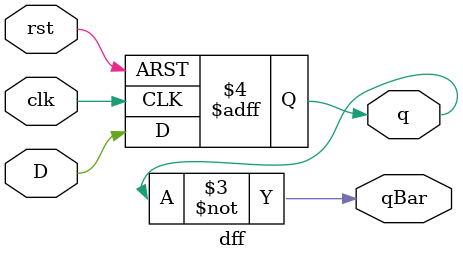
<source format=v>
/*
Author: Lab-provided code
Title: D flip-flop
Summary: Behavioral model of a d flip-flop
*/


module dff(q, qBar, D, clk, rst);
   input D, clk, rst; // DFF input, clock, reset
   output q, qBar; // DFF output, DFF negated output
   reg q;

   not n1 (qBar, q); // negate q

   // flip-flop storage logic
   always@ (negedge rst or posedge clk)
   begin
      if(!rst)
         q = 0;
      else
         q = D;
   end
endmodule 
</source>
